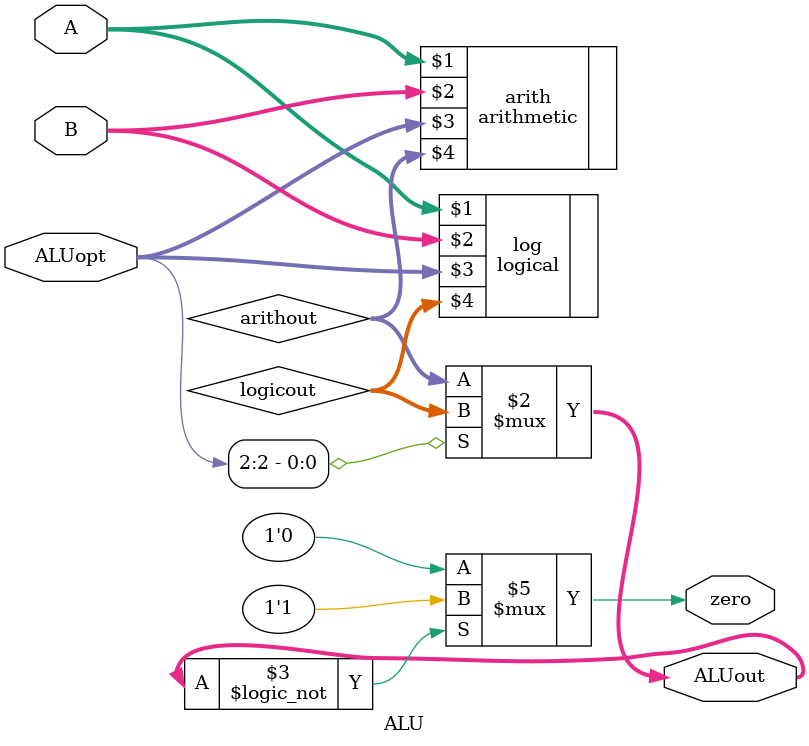
<source format=v>
`timescale 1ns / 1ps

module ALU(
input [31:0] A,
input [31:0] B,
input [3:0] ALUopt,
output reg [31:0] ALUout,
output reg zero
);
wire [31:0] logicout;
wire [31:0] arithout;
arithmetic arith(A, B, ALUopt, arithout);
logical log(A, B, ALUopt, logicout);

always @(*)
begin 
    ALUout = (ALUopt[2]) ? logicout : arithout; 
    if(ALUout == 32'b0)
        zero = 1;
    else
        zero = 0;
end
endmodule

</source>
